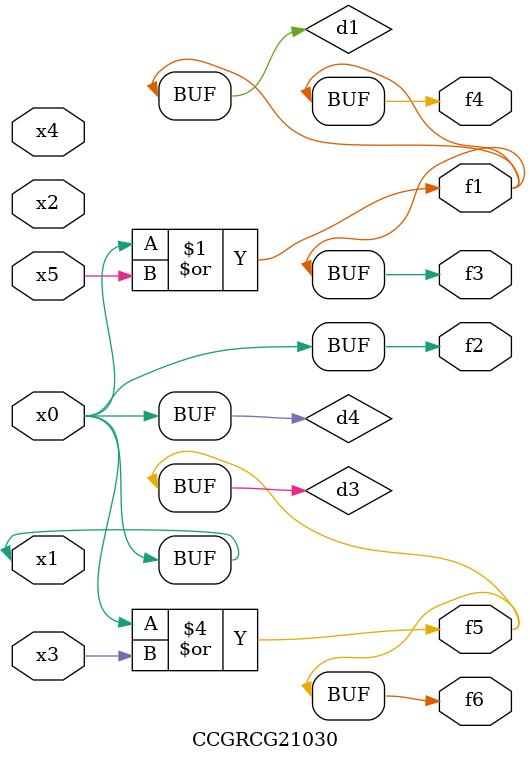
<source format=v>
module CCGRCG21030(
	input x0, x1, x2, x3, x4, x5,
	output f1, f2, f3, f4, f5, f6
);

	wire d1, d2, d3, d4;

	or (d1, x0, x5);
	xnor (d2, x1, x4);
	or (d3, x0, x3);
	buf (d4, x0, x1);
	assign f1 = d1;
	assign f2 = d4;
	assign f3 = d1;
	assign f4 = d1;
	assign f5 = d3;
	assign f6 = d3;
endmodule

</source>
